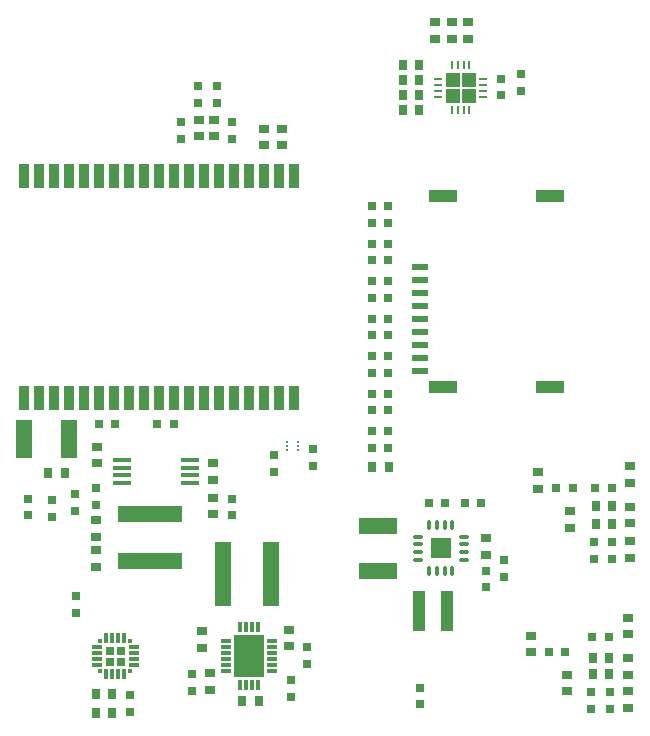
<source format=gtp>
G04*
G04 #@! TF.GenerationSoftware,Altium Limited,Altium Designer,19.1.8 (144)*
G04*
G04 Layer_Color=8421504*
%FSLAX25Y25*%
%MOIN*%
G70*
G01*
G75*
%ADD18R,0.04520X0.04520*%
%ADD19R,0.02953X0.02953*%
%ADD20R,0.03200X0.01200*%
%ADD21R,0.01200X0.03200*%
%ADD22R,0.10400X0.14400*%
%ADD23R,0.05512X0.12992*%
%ADD24R,0.03000X0.03000*%
%ADD25R,0.03543X0.03150*%
%ADD26R,0.03000X0.03000*%
%ADD27R,0.03150X0.03543*%
%ADD28R,0.05512X0.02441*%
%ADD29R,0.09449X0.04331*%
G04:AMPARAMS|DCode=30|XSize=9.84mil|YSize=23.62mil|CornerRadius=1.97mil|HoleSize=0mil|Usage=FLASHONLY|Rotation=90.000|XOffset=0mil|YOffset=0mil|HoleType=Round|Shape=RoundedRectangle|*
%AMROUNDEDRECTD30*
21,1,0.00984,0.01968,0,0,90.0*
21,1,0.00591,0.02362,0,0,90.0*
1,1,0.00394,0.00984,0.00295*
1,1,0.00394,0.00984,-0.00295*
1,1,0.00394,-0.00984,-0.00295*
1,1,0.00394,-0.00984,0.00295*
%
%ADD30ROUNDEDRECTD30*%
G04:AMPARAMS|DCode=31|XSize=9.84mil|YSize=23.62mil|CornerRadius=1.97mil|HoleSize=0mil|Usage=FLASHONLY|Rotation=0.000|XOffset=0mil|YOffset=0mil|HoleType=Round|Shape=RoundedRectangle|*
%AMROUNDEDRECTD31*
21,1,0.00984,0.01968,0,0,0.0*
21,1,0.00591,0.02362,0,0,0.0*
1,1,0.00394,0.00295,-0.00984*
1,1,0.00394,-0.00295,-0.00984*
1,1,0.00394,-0.00295,0.00984*
1,1,0.00394,0.00295,0.00984*
%
%ADD31ROUNDEDRECTD31*%
%ADD32R,0.00787X0.00787*%
%ADD33R,0.03543X0.01181*%
%ADD34R,0.01181X0.03543*%
%ADD35R,0.01181X0.01181*%
%ADD36R,0.05630X0.21654*%
%ADD37R,0.12992X0.05512*%
G04:AMPARAMS|DCode=38|XSize=33.07mil|YSize=12.6mil|CornerRadius=1.58mil|HoleSize=0mil|Usage=FLASHONLY|Rotation=0.000|XOffset=0mil|YOffset=0mil|HoleType=Round|Shape=RoundedRectangle|*
%AMROUNDEDRECTD38*
21,1,0.03307,0.00945,0,0,0.0*
21,1,0.02992,0.01260,0,0,0.0*
1,1,0.00315,0.01496,-0.00472*
1,1,0.00315,-0.01496,-0.00472*
1,1,0.00315,-0.01496,0.00472*
1,1,0.00315,0.01496,0.00472*
%
%ADD38ROUNDEDRECTD38*%
G04:AMPARAMS|DCode=39|XSize=33.07mil|YSize=12.6mil|CornerRadius=1.58mil|HoleSize=0mil|Usage=FLASHONLY|Rotation=90.000|XOffset=0mil|YOffset=0mil|HoleType=Round|Shape=RoundedRectangle|*
%AMROUNDEDRECTD39*
21,1,0.03307,0.00945,0,0,90.0*
21,1,0.02992,0.01260,0,0,90.0*
1,1,0.00315,0.00472,0.01496*
1,1,0.00315,0.00472,-0.01496*
1,1,0.00315,-0.00472,-0.01496*
1,1,0.00315,-0.00472,0.01496*
%
%ADD39ROUNDEDRECTD39*%
%ADD40R,0.03858X0.13386*%
%ADD41R,0.21654X0.05630*%
G04:AMPARAMS|DCode=42|XSize=61.42mil|YSize=16.14mil|CornerRadius=4.04mil|HoleSize=0mil|Usage=FLASHONLY|Rotation=180.000|XOffset=0mil|YOffset=0mil|HoleType=Round|Shape=RoundedRectangle|*
%AMROUNDEDRECTD42*
21,1,0.06142,0.00807,0,0,180.0*
21,1,0.05335,0.01614,0,0,180.0*
1,1,0.00807,-0.02667,0.00404*
1,1,0.00807,0.02667,0.00404*
1,1,0.00807,0.02667,-0.00404*
1,1,0.00807,-0.02667,-0.00404*
%
%ADD42ROUNDEDRECTD42*%
%ADD43R,0.03543X0.07874*%
G36*
X248346Y166154D02*
X241653D01*
Y172846D01*
X248346D01*
Y166154D01*
D02*
G37*
D18*
X254287Y320346D02*
D03*
X248980D02*
D03*
Y325654D02*
D03*
X254287D02*
D03*
D19*
X134630Y135370D02*
D03*
X138370D02*
D03*
X134630Y131630D02*
D03*
X138370D02*
D03*
D20*
X173300Y138400D02*
D03*
Y136500D02*
D03*
Y134500D02*
D03*
Y132500D02*
D03*
Y130500D02*
D03*
Y128600D02*
D03*
X188700D02*
D03*
Y130500D02*
D03*
Y132500D02*
D03*
Y134500D02*
D03*
Y136500D02*
D03*
Y138400D02*
D03*
D21*
X178000Y123800D02*
D03*
X180000D02*
D03*
X182000D02*
D03*
X184000D02*
D03*
Y143200D02*
D03*
X182000D02*
D03*
X180000D02*
D03*
X178000D02*
D03*
D22*
X181000Y133500D02*
D03*
D23*
X106020Y206000D02*
D03*
X120980D02*
D03*
D24*
X260000Y162000D02*
D03*
Y156500D02*
D03*
X170500Y318000D02*
D03*
Y323500D02*
D03*
X301500Y121500D02*
D03*
Y116000D02*
D03*
X295000Y121500D02*
D03*
Y116000D02*
D03*
X302000Y171500D02*
D03*
Y166000D02*
D03*
X296000Y171500D02*
D03*
Y166000D02*
D03*
X175500Y311500D02*
D03*
Y306000D02*
D03*
X158500Y311500D02*
D03*
Y306000D02*
D03*
X164000Y323500D02*
D03*
Y318000D02*
D03*
X189500Y200500D02*
D03*
Y195000D02*
D03*
X202500Y202500D02*
D03*
Y197000D02*
D03*
X141500Y120500D02*
D03*
Y115000D02*
D03*
X123500Y153500D02*
D03*
Y148000D02*
D03*
X123000Y182000D02*
D03*
Y187500D02*
D03*
X107500Y180500D02*
D03*
Y186000D02*
D03*
X115500Y180000D02*
D03*
Y185500D02*
D03*
X175500Y180500D02*
D03*
Y186000D02*
D03*
X130000Y189500D02*
D03*
Y184000D02*
D03*
X162000Y122000D02*
D03*
Y127500D02*
D03*
X200500Y131000D02*
D03*
Y136500D02*
D03*
X195000Y125500D02*
D03*
Y120000D02*
D03*
X238000Y117500D02*
D03*
Y123000D02*
D03*
X265134Y320500D02*
D03*
Y326000D02*
D03*
X271634Y322000D02*
D03*
Y327500D02*
D03*
X266000Y160000D02*
D03*
Y165500D02*
D03*
D25*
X288000Y181756D02*
D03*
Y176244D02*
D03*
X308000Y171756D02*
D03*
Y166244D02*
D03*
Y183256D02*
D03*
Y177744D02*
D03*
Y196756D02*
D03*
Y191244D02*
D03*
X277500Y194756D02*
D03*
Y189244D02*
D03*
X287000Y127256D02*
D03*
Y121744D02*
D03*
X307500Y146256D02*
D03*
Y140744D02*
D03*
X275000Y140256D02*
D03*
Y134744D02*
D03*
X307500Y132756D02*
D03*
Y127244D02*
D03*
Y121756D02*
D03*
Y116244D02*
D03*
X169500Y312256D02*
D03*
Y306744D02*
D03*
X164500Y312256D02*
D03*
Y306744D02*
D03*
X192000Y309256D02*
D03*
Y303744D02*
D03*
X186000Y309256D02*
D03*
Y303744D02*
D03*
X243134Y344756D02*
D03*
Y339244D02*
D03*
X254134Y344756D02*
D03*
Y339244D02*
D03*
X248634Y344756D02*
D03*
Y339244D02*
D03*
X130000Y163244D02*
D03*
Y168756D02*
D03*
Y173244D02*
D03*
Y178756D02*
D03*
X169000Y192244D02*
D03*
Y197756D02*
D03*
Y180744D02*
D03*
Y186256D02*
D03*
X130500Y197744D02*
D03*
Y203256D02*
D03*
X194500Y142256D02*
D03*
Y136744D02*
D03*
X168000Y122244D02*
D03*
Y127756D02*
D03*
X165500Y141756D02*
D03*
Y136244D02*
D03*
X260000Y172756D02*
D03*
Y167244D02*
D03*
D26*
X222000Y283500D02*
D03*
X227500D02*
D03*
X222000Y278000D02*
D03*
X227500D02*
D03*
X222000Y271000D02*
D03*
X227500D02*
D03*
X222000Y265500D02*
D03*
X227500D02*
D03*
X222000Y258500D02*
D03*
X227500D02*
D03*
X222000Y253000D02*
D03*
X227500D02*
D03*
X222000Y246000D02*
D03*
X227500D02*
D03*
X222000Y240500D02*
D03*
X227500D02*
D03*
X222000Y233500D02*
D03*
X227500D02*
D03*
X222000Y228000D02*
D03*
X227500D02*
D03*
X222000Y221000D02*
D03*
X227500D02*
D03*
X222000Y203000D02*
D03*
X227500D02*
D03*
Y208500D02*
D03*
X222000D02*
D03*
Y215500D02*
D03*
X227500D02*
D03*
X136500Y211000D02*
D03*
X131000D02*
D03*
X156000D02*
D03*
X150500D02*
D03*
X283500Y189500D02*
D03*
X289000D02*
D03*
X296500D02*
D03*
X302000D02*
D03*
X295500Y140000D02*
D03*
X301000D02*
D03*
X281000Y135000D02*
D03*
X286500D02*
D03*
X258500Y184500D02*
D03*
X253000D02*
D03*
X246500D02*
D03*
X241000D02*
D03*
D27*
X222244Y196500D02*
D03*
X227756D02*
D03*
X296744Y177500D02*
D03*
X302256D02*
D03*
X296744Y183500D02*
D03*
X302256D02*
D03*
X295744Y127500D02*
D03*
X301256D02*
D03*
X295744Y133000D02*
D03*
X301256D02*
D03*
X119756Y194500D02*
D03*
X114244D02*
D03*
X237890Y325500D02*
D03*
X232378D02*
D03*
X237890Y330500D02*
D03*
X232378D02*
D03*
X237890Y320500D02*
D03*
X232378D02*
D03*
X237890Y315500D02*
D03*
X232378D02*
D03*
X130000Y121000D02*
D03*
X135512D02*
D03*
X130000Y114500D02*
D03*
X135512D02*
D03*
X184437Y118500D02*
D03*
X178925D02*
D03*
D28*
X238039Y263272D02*
D03*
Y258941D02*
D03*
Y254610D02*
D03*
Y250279D02*
D03*
Y245949D02*
D03*
Y241618D02*
D03*
Y237287D02*
D03*
Y232957D02*
D03*
Y228626D02*
D03*
D29*
X281347Y223193D02*
D03*
X245913D02*
D03*
Y286776D02*
D03*
X281347D02*
D03*
D30*
X244153Y325953D02*
D03*
Y323984D02*
D03*
Y322016D02*
D03*
Y320047D02*
D03*
X259114D02*
D03*
Y322016D02*
D03*
Y323984D02*
D03*
Y325953D02*
D03*
D31*
X248681Y315520D02*
D03*
X250650D02*
D03*
X252618D02*
D03*
X254587D02*
D03*
Y330480D02*
D03*
X252618D02*
D03*
X250650D02*
D03*
X248681D02*
D03*
D32*
X197272Y202122D02*
D03*
Y203500D02*
D03*
Y204878D02*
D03*
X193728D02*
D03*
Y203500D02*
D03*
Y202122D02*
D03*
D33*
X130398Y136453D02*
D03*
Y134484D02*
D03*
Y132516D02*
D03*
Y130547D02*
D03*
X142602D02*
D03*
Y132516D02*
D03*
Y134484D02*
D03*
Y136453D02*
D03*
D34*
X133547Y127398D02*
D03*
X135516D02*
D03*
X137484D02*
D03*
X139453D02*
D03*
Y139602D02*
D03*
X137484D02*
D03*
X135516D02*
D03*
X133547D02*
D03*
D35*
X131579Y138421D02*
D03*
X141421D02*
D03*
X131579Y128579D02*
D03*
X141421D02*
D03*
D36*
X188453Y161000D02*
D03*
X172547D02*
D03*
D37*
X224000Y176980D02*
D03*
Y162020D02*
D03*
D38*
X252618Y173339D02*
D03*
Y170780D02*
D03*
Y168220D02*
D03*
Y165661D02*
D03*
X237382D02*
D03*
Y168220D02*
D03*
Y170780D02*
D03*
Y173339D02*
D03*
D39*
X241161Y177118D02*
D03*
X243721D02*
D03*
X246280D02*
D03*
X248839D02*
D03*
Y161882D02*
D03*
X246280D02*
D03*
X243721D02*
D03*
X241161D02*
D03*
D40*
X247000Y148500D02*
D03*
X237669D02*
D03*
D41*
X148000Y165094D02*
D03*
Y181000D02*
D03*
D42*
X161339Y198839D02*
D03*
Y196280D02*
D03*
Y193720D02*
D03*
Y191161D02*
D03*
X138661D02*
D03*
Y193720D02*
D03*
Y196280D02*
D03*
Y198839D02*
D03*
D43*
X106000Y293500D02*
D03*
X111000D02*
D03*
X116000D02*
D03*
X121000D02*
D03*
X126000D02*
D03*
X131000D02*
D03*
X136000D02*
D03*
X141000D02*
D03*
X146000D02*
D03*
X151000D02*
D03*
X156000D02*
D03*
X161000D02*
D03*
X166000D02*
D03*
X171000D02*
D03*
X176000D02*
D03*
X181000D02*
D03*
X186000D02*
D03*
X191000D02*
D03*
X196000D02*
D03*
X106000Y219500D02*
D03*
X111000D02*
D03*
X116000D02*
D03*
X121000D02*
D03*
X126000D02*
D03*
X131000D02*
D03*
X136000D02*
D03*
X141000D02*
D03*
X146000D02*
D03*
X151000D02*
D03*
X156000D02*
D03*
X161000D02*
D03*
X166000D02*
D03*
X171000D02*
D03*
X176000D02*
D03*
X181000D02*
D03*
X186000D02*
D03*
X191000D02*
D03*
X196000D02*
D03*
M02*

</source>
